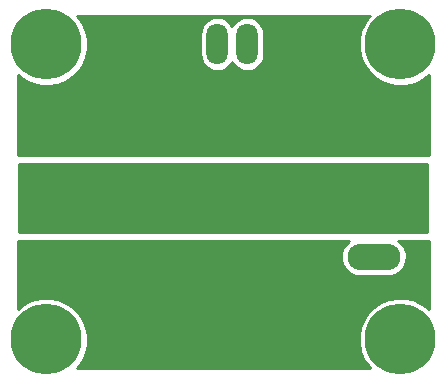
<source format=gbl>
G04 #@! TF.FileFunction,Copper,L2,Bot,Signal*
%FSLAX46Y46*%
G04 Gerber Fmt 4.6, Leading zero omitted, Abs format (unit mm)*
G04 Created by KiCad (PCBNEW 4.0.2-stable) date 04/06/2016 20:31:28*
%MOMM*%
G01*
G04 APERTURE LIST*
%ADD10C,0.100000*%
%ADD11C,6.000000*%
%ADD12O,1.800860X3.500120*%
%ADD13C,0.860000*%
%ADD14O,4.500000X2.250000*%
%ADD15C,3.800000*%
%ADD16C,0.254000*%
G04 APERTURE END LIST*
D10*
D11*
X133500000Y-92500000D03*
X163500000Y-92500000D03*
X133500000Y-117500000D03*
X163500000Y-117500000D03*
D12*
X145460000Y-92500000D03*
X148000000Y-92500000D03*
X150540000Y-92500000D03*
D13*
X147000000Y-101000000D03*
X146000000Y-101000000D03*
X145000000Y-101000000D03*
X144000000Y-101000000D03*
X143000000Y-101000000D03*
X142000000Y-101000000D03*
X147000000Y-100000000D03*
X146000000Y-100000000D03*
X145000000Y-100000000D03*
X144000000Y-100000000D03*
X143000000Y-100000000D03*
X142000000Y-100000000D03*
X141000000Y-101000000D03*
X141000000Y-100000000D03*
X141000000Y-99000000D03*
X141000000Y-96000000D03*
X143000000Y-99000000D03*
X142000000Y-99000000D03*
X141000000Y-97000000D03*
X144000000Y-99000000D03*
X142000000Y-98000000D03*
X141000000Y-98000000D03*
X145000000Y-99000000D03*
X142000000Y-96000000D03*
X142000000Y-97000000D03*
X146000000Y-99000000D03*
X143000000Y-98000000D03*
D14*
X161250000Y-110500000D03*
X161250000Y-105500000D03*
X135750000Y-105500000D03*
X135750000Y-110500000D03*
D15*
X161250000Y-105500000D02*
X135750000Y-105500000D01*
D16*
G36*
X158942967Y-109323248D02*
X158736656Y-109572634D01*
X158582714Y-109857344D01*
X158487004Y-110166532D01*
X158453172Y-110488422D01*
X158482507Y-110810753D01*
X158573890Y-111121248D01*
X158723842Y-111408079D01*
X158926651Y-111660322D01*
X159174591Y-111868368D01*
X159458219Y-112024294D01*
X159766731Y-112122160D01*
X160088377Y-112158238D01*
X160111532Y-112158400D01*
X162388468Y-112158400D01*
X162710586Y-112126816D01*
X163020435Y-112033267D01*
X163306213Y-111881317D01*
X163557033Y-111676752D01*
X163763344Y-111427366D01*
X163917286Y-111142656D01*
X164012996Y-110833468D01*
X164046828Y-110511578D01*
X164017493Y-110189247D01*
X163926110Y-109878752D01*
X163776158Y-109591921D01*
X163573349Y-109339678D01*
X163333713Y-109138600D01*
X165892700Y-109138600D01*
X165892700Y-114894731D01*
X165763172Y-114764295D01*
X165188702Y-114376810D01*
X164549911Y-114108287D01*
X163871128Y-113968953D01*
X163178209Y-113964115D01*
X162497548Y-114093959D01*
X161855069Y-114353537D01*
X161275245Y-114732963D01*
X160780162Y-115217785D01*
X160388676Y-115789535D01*
X160115699Y-116426437D01*
X159971630Y-117104230D01*
X159961955Y-117797098D01*
X160087043Y-118478650D01*
X160342130Y-119122925D01*
X160717499Y-119705383D01*
X160900803Y-119895200D01*
X136108708Y-119895200D01*
X136187709Y-119819968D01*
X136587139Y-119253739D01*
X136868981Y-118620711D01*
X137022500Y-117944995D01*
X137033552Y-117153532D01*
X136898960Y-116473793D01*
X136634903Y-115833143D01*
X136251438Y-115255982D01*
X135763172Y-114764295D01*
X135188702Y-114376810D01*
X134549911Y-114108287D01*
X133871128Y-113968953D01*
X133178209Y-113964115D01*
X132497548Y-114093959D01*
X131855069Y-114353537D01*
X131275245Y-114732963D01*
X131109500Y-114895273D01*
X131109500Y-109138600D01*
X159169366Y-109138600D01*
X158942967Y-109323248D01*
X158942967Y-109323248D01*
G37*
X158942967Y-109323248D02*
X158736656Y-109572634D01*
X158582714Y-109857344D01*
X158487004Y-110166532D01*
X158453172Y-110488422D01*
X158482507Y-110810753D01*
X158573890Y-111121248D01*
X158723842Y-111408079D01*
X158926651Y-111660322D01*
X159174591Y-111868368D01*
X159458219Y-112024294D01*
X159766731Y-112122160D01*
X160088377Y-112158238D01*
X160111532Y-112158400D01*
X162388468Y-112158400D01*
X162710586Y-112126816D01*
X163020435Y-112033267D01*
X163306213Y-111881317D01*
X163557033Y-111676752D01*
X163763344Y-111427366D01*
X163917286Y-111142656D01*
X164012996Y-110833468D01*
X164046828Y-110511578D01*
X164017493Y-110189247D01*
X163926110Y-109878752D01*
X163776158Y-109591921D01*
X163573349Y-109339678D01*
X163333713Y-109138600D01*
X165892700Y-109138600D01*
X165892700Y-114894731D01*
X165763172Y-114764295D01*
X165188702Y-114376810D01*
X164549911Y-114108287D01*
X163871128Y-113968953D01*
X163178209Y-113964115D01*
X162497548Y-114093959D01*
X161855069Y-114353537D01*
X161275245Y-114732963D01*
X160780162Y-115217785D01*
X160388676Y-115789535D01*
X160115699Y-116426437D01*
X159971630Y-117104230D01*
X159961955Y-117797098D01*
X160087043Y-118478650D01*
X160342130Y-119122925D01*
X160717499Y-119705383D01*
X160900803Y-119895200D01*
X136108708Y-119895200D01*
X136187709Y-119819968D01*
X136587139Y-119253739D01*
X136868981Y-118620711D01*
X137022500Y-117944995D01*
X137033552Y-117153532D01*
X136898960Y-116473793D01*
X136634903Y-115833143D01*
X136251438Y-115255982D01*
X135763172Y-114764295D01*
X135188702Y-114376810D01*
X134549911Y-114108287D01*
X133871128Y-113968953D01*
X133178209Y-113964115D01*
X132497548Y-114093959D01*
X131855069Y-114353537D01*
X131275245Y-114732963D01*
X131109500Y-114895273D01*
X131109500Y-109138600D01*
X159169366Y-109138600D01*
X158942967Y-109323248D01*
G36*
X160780162Y-90217785D02*
X160388676Y-90789535D01*
X160115699Y-91426437D01*
X159971630Y-92104230D01*
X159961955Y-92797098D01*
X160087043Y-93478650D01*
X160342130Y-94122925D01*
X160717499Y-94705383D01*
X161198852Y-95203839D01*
X161767856Y-95599307D01*
X162402836Y-95876723D01*
X163079607Y-96025521D01*
X163772391Y-96040033D01*
X164454799Y-95919706D01*
X165100839Y-95669123D01*
X165685904Y-95297830D01*
X165892700Y-95100901D01*
X165892700Y-101868600D01*
X131109500Y-101868600D01*
X131109500Y-95111312D01*
X131198852Y-95203839D01*
X131767856Y-95599307D01*
X132402836Y-95876723D01*
X133079607Y-96025521D01*
X133772391Y-96040033D01*
X134454799Y-95919706D01*
X135100839Y-95669123D01*
X135685904Y-95297830D01*
X136187709Y-94819968D01*
X136587139Y-94253739D01*
X136868981Y-93620711D01*
X137022500Y-92944995D01*
X137033552Y-92153532D01*
X136931736Y-91639321D01*
X146566170Y-91639321D01*
X146566170Y-93360679D01*
X146593477Y-93639178D01*
X146674358Y-93907069D01*
X146805733Y-94154148D01*
X146982596Y-94371005D01*
X147198212Y-94549378D01*
X147444369Y-94682474D01*
X147711688Y-94765223D01*
X147989990Y-94794474D01*
X148268673Y-94769112D01*
X148537122Y-94690103D01*
X148785113Y-94560457D01*
X149003198Y-94385111D01*
X149183072Y-94170746D01*
X149270246Y-94012178D01*
X149345733Y-94154148D01*
X149522596Y-94371005D01*
X149738212Y-94549378D01*
X149984369Y-94682474D01*
X150251688Y-94765223D01*
X150529990Y-94794474D01*
X150808673Y-94769112D01*
X151077122Y-94690103D01*
X151325113Y-94560457D01*
X151543198Y-94385111D01*
X151723072Y-94170746D01*
X151857884Y-93925525D01*
X151942497Y-93658789D01*
X151973690Y-93380698D01*
X151973830Y-93360679D01*
X151973830Y-91639321D01*
X151946523Y-91360822D01*
X151865642Y-91092931D01*
X151734267Y-90845852D01*
X151557404Y-90628995D01*
X151341788Y-90450622D01*
X151095631Y-90317526D01*
X150828312Y-90234777D01*
X150550010Y-90205526D01*
X150271327Y-90230888D01*
X150002878Y-90309897D01*
X149754887Y-90439543D01*
X149536802Y-90614889D01*
X149356928Y-90829254D01*
X149269754Y-90987822D01*
X149194267Y-90845852D01*
X149017404Y-90628995D01*
X148801788Y-90450622D01*
X148555631Y-90317526D01*
X148288312Y-90234777D01*
X148010010Y-90205526D01*
X147731327Y-90230888D01*
X147462878Y-90309897D01*
X147214887Y-90439543D01*
X146996802Y-90614889D01*
X146816928Y-90829254D01*
X146682116Y-91074475D01*
X146597503Y-91341211D01*
X146566310Y-91619302D01*
X146566170Y-91639321D01*
X136931736Y-91639321D01*
X136898960Y-91473793D01*
X136634903Y-90833143D01*
X136251438Y-90255982D01*
X136108458Y-90112000D01*
X160888186Y-90112000D01*
X160780162Y-90217785D01*
X160780162Y-90217785D01*
G37*
X160780162Y-90217785D02*
X160388676Y-90789535D01*
X160115699Y-91426437D01*
X159971630Y-92104230D01*
X159961955Y-92797098D01*
X160087043Y-93478650D01*
X160342130Y-94122925D01*
X160717499Y-94705383D01*
X161198852Y-95203839D01*
X161767856Y-95599307D01*
X162402836Y-95876723D01*
X163079607Y-96025521D01*
X163772391Y-96040033D01*
X164454799Y-95919706D01*
X165100839Y-95669123D01*
X165685904Y-95297830D01*
X165892700Y-95100901D01*
X165892700Y-101868600D01*
X131109500Y-101868600D01*
X131109500Y-95111312D01*
X131198852Y-95203839D01*
X131767856Y-95599307D01*
X132402836Y-95876723D01*
X133079607Y-96025521D01*
X133772391Y-96040033D01*
X134454799Y-95919706D01*
X135100839Y-95669123D01*
X135685904Y-95297830D01*
X136187709Y-94819968D01*
X136587139Y-94253739D01*
X136868981Y-93620711D01*
X137022500Y-92944995D01*
X137033552Y-92153532D01*
X136931736Y-91639321D01*
X146566170Y-91639321D01*
X146566170Y-93360679D01*
X146593477Y-93639178D01*
X146674358Y-93907069D01*
X146805733Y-94154148D01*
X146982596Y-94371005D01*
X147198212Y-94549378D01*
X147444369Y-94682474D01*
X147711688Y-94765223D01*
X147989990Y-94794474D01*
X148268673Y-94769112D01*
X148537122Y-94690103D01*
X148785113Y-94560457D01*
X149003198Y-94385111D01*
X149183072Y-94170746D01*
X149270246Y-94012178D01*
X149345733Y-94154148D01*
X149522596Y-94371005D01*
X149738212Y-94549378D01*
X149984369Y-94682474D01*
X150251688Y-94765223D01*
X150529990Y-94794474D01*
X150808673Y-94769112D01*
X151077122Y-94690103D01*
X151325113Y-94560457D01*
X151543198Y-94385111D01*
X151723072Y-94170746D01*
X151857884Y-93925525D01*
X151942497Y-93658789D01*
X151973690Y-93380698D01*
X151973830Y-93360679D01*
X151973830Y-91639321D01*
X151946523Y-91360822D01*
X151865642Y-91092931D01*
X151734267Y-90845852D01*
X151557404Y-90628995D01*
X151341788Y-90450622D01*
X151095631Y-90317526D01*
X150828312Y-90234777D01*
X150550010Y-90205526D01*
X150271327Y-90230888D01*
X150002878Y-90309897D01*
X149754887Y-90439543D01*
X149536802Y-90614889D01*
X149356928Y-90829254D01*
X149269754Y-90987822D01*
X149194267Y-90845852D01*
X149017404Y-90628995D01*
X148801788Y-90450622D01*
X148555631Y-90317526D01*
X148288312Y-90234777D01*
X148010010Y-90205526D01*
X147731327Y-90230888D01*
X147462878Y-90309897D01*
X147214887Y-90439543D01*
X146996802Y-90614889D01*
X146816928Y-90829254D01*
X146682116Y-91074475D01*
X146597503Y-91341211D01*
X146566310Y-91619302D01*
X146566170Y-91639321D01*
X136931736Y-91639321D01*
X136898960Y-91473793D01*
X136634903Y-90833143D01*
X136251438Y-90255982D01*
X136108458Y-90112000D01*
X160888186Y-90112000D01*
X160780162Y-90217785D01*
G36*
X165791100Y-108376600D02*
X131211100Y-108376600D01*
X131211100Y-102630600D01*
X165791100Y-102630600D01*
X165791100Y-108376600D01*
X165791100Y-108376600D01*
G37*
X165791100Y-108376600D02*
X131211100Y-108376600D01*
X131211100Y-102630600D01*
X165791100Y-102630600D01*
X165791100Y-108376600D01*
M02*

</source>
